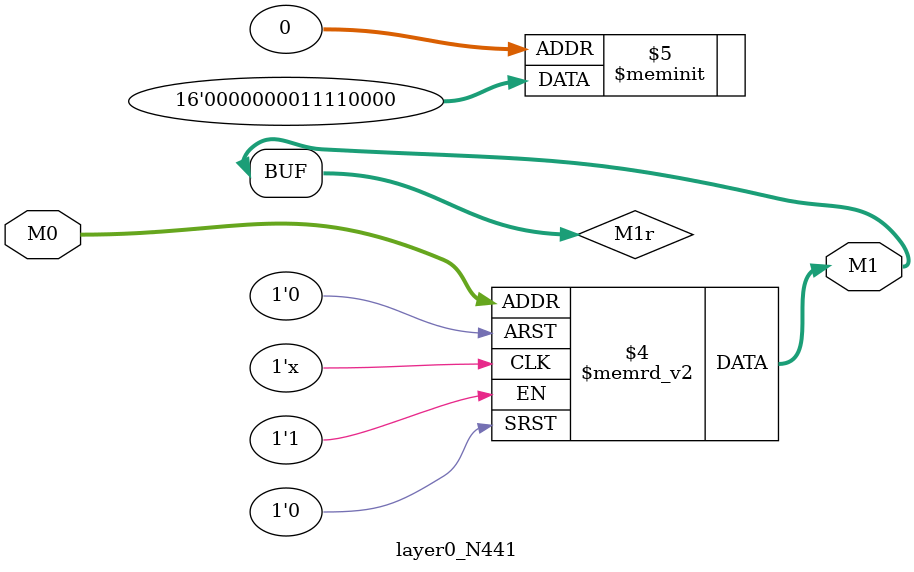
<source format=v>
module layer0_N441 ( input [2:0] M0, output [1:0] M1 );

	(*rom_style = "distributed" *) reg [1:0] M1r;
	assign M1 = M1r;
	always @ (M0) begin
		case (M0)
			3'b000: M1r = 2'b00;
			3'b100: M1r = 2'b00;
			3'b010: M1r = 2'b11;
			3'b110: M1r = 2'b00;
			3'b001: M1r = 2'b00;
			3'b101: M1r = 2'b00;
			3'b011: M1r = 2'b11;
			3'b111: M1r = 2'b00;

		endcase
	end
endmodule

</source>
